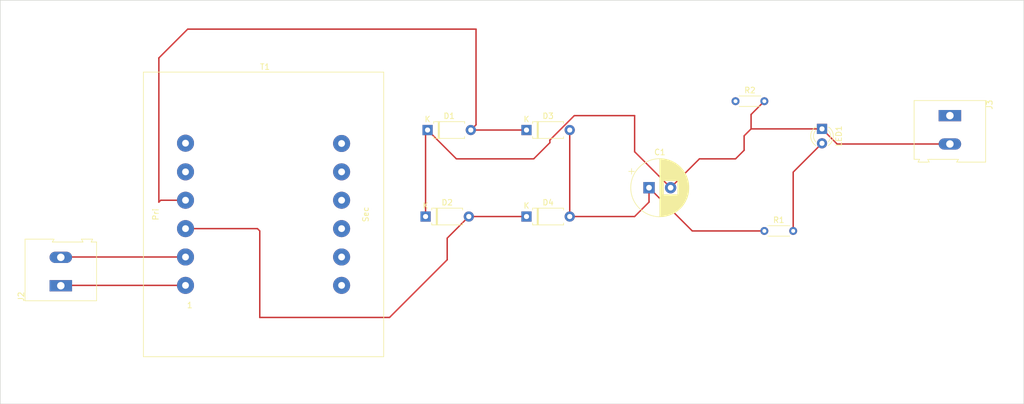
<source format=kicad_pcb>
(kicad_pcb (version 20211014) (generator pcbnew)
  (layers (0 "F.Cu" signal) (31 "B.Cu" signal) (34 "B.Paste" user) (35 "F.Paste" user) (36 "B.SilkS" user "B.Silkscreen") (37 "F.SilkS" user "F.Silkscreen") (38 "B.Mask" user) (39 "F.Mask" user) (44 "Edge.Cuts" user))
  (net 0 "")
  (net 1 "Net-(C1-Pad1)")
  (net 2 "Net-(D1-Pad2)")
  (net 3 "Net-(D4-Pad1)")
  (net 4 "Net-(U1-Pad3)")
  (net 5 "Net-(T1-Pad1)")
  (net 6 "Net-(T1-Pad2)")
  (net 7 "Net-(R1-Pad2)")
  (net 8 "GND")
  (net 9 "Net-(R2-Pad1)")
  (footprint "LED_THT:LED_D3.0mm" (layer "F.Cu") (at 210.81774 91.24 -90)
    (fp_text reference "LED1" (at 1.27 -2.96 90) (layer "F.SilkS"))
    (fp_text value "RED")
    (fp_line (start -0.29 -1.236) (end -0.29 -1.08) (layer "F.SilkS") (width 0.12))
    (fp_line (start -0.29 1.08) (end -0.29 1.236) (layer "F.SilkS") (width 0.12))
    (fp_arc (start 2.942335 1.078608) (mid 1.366487 1.987659) (end -0.29 1.235516) (layer "F.SilkS") (width 0.12))
    (fp_arc (start -0.29 -1.235516) (mid 1.366487 -1.987659) (end 2.942335 -1.078608) (layer "F.SilkS") (width 0.12))
    (fp_arc (start 2.31113 1.079837) (mid 1.270117 1.5) (end 0.229039 1.08) (layer "F.SilkS") (width 0.12))
    (fp_arc (start 0.229039 -1.08) (mid 1.270117 -1.5) (end 2.31113 -1.079837) (layer "F.SilkS") (width 0.12))
    (pad "1" thru_hole rect (at 0 0 270) (size 1.8 1.8) (drill 0.9) (layers *.Cu *.Mask) (net 8 "GND"))
    (pad "2" thru_hole circle (at 2.54 0 270) (size 1.8 1.8) (drill 0.9) (layers *.Cu *.Mask) (net 7 "Net-(R1-Pad2)"))
  )
  (footprint "Diode_THT:D_A-405_P7.62mm_Horizontal" (layer "F.Cu") (at 158.75 91.44)
    (fp_text reference "D3" (at 3.81 -2.47) (layer "F.SilkS"))
    (fp_text value "DIODE")
    (fp_text user "K" (at 0 -1.9) (layer "F.SilkS"))
    (fp_line (start 1.09 1.14) (end 1.09 1.47) (layer "F.SilkS") (width 0.12))
    (fp_line (start 6.53 1.47) (end 6.53 1.14) (layer "F.SilkS") (width 0.12))
    (fp_line (start 1.87 -1.47) (end 1.87 1.47) (layer "F.SilkS") (width 0.12))
    (fp_line (start 1.09 -1.47) (end 6.53 -1.47) (layer "F.SilkS") (width 0.12))
    (fp_line (start 1.09 -1.14) (end 1.09 -1.47) (layer "F.SilkS") (width 0.12))
    (fp_line (start 1.99 -1.47) (end 1.99 1.47) (layer "F.SilkS") (width 0.12))
    (fp_line (start 1.09 1.47) (end 6.53 1.47) (layer "F.SilkS") (width 0.12))
    (fp_line (start 6.53 -1.47) (end 6.53 -1.14) (layer "F.SilkS") (width 0.12))
    (fp_line (start 2.11 -1.47) (end 2.11 1.47) (layer "F.SilkS") (width 0.12))
    (pad "1" thru_hole rect (at 0 0) (size 1.8 1.8) (drill 0.9) (layers *.Cu *.Mask) (net 2 "Net-(D1-Pad2)"))
    (pad "2" thru_hole oval (at 7.62 0) (size 1.8 1.8) (drill 0.9) (layers *.Cu *.Mask) (net 1 "Net-(C1-Pad1)"))
  )
  (footprint "Resistor_THT:R_Axial_DIN0204_L3.6mm_D1.6mm_P5.08mm_Horizontal" (layer "F.Cu") (at 200.66 109.22)
    (fp_text reference "R1" (at 2.54 -1.92) (layer "F.SilkS"))
    (fp_text value "330")
    (fp_line (start 0.62 0.92) (end 4.46 0.92) (layer "F.SilkS") (width 0.12))
    (fp_line (start 0.62 -0.92) (end 4.46 -0.92) (layer "F.SilkS") (width 0.12))
    (pad "1" thru_hole circle (at 0 0) (size 1.4 1.4) (drill 0.7) (layers *.Cu *.Mask) (net 1 "Net-(C1-Pad1)"))
    (pad "2" thru_hole oval (at 5.08 0) (size 1.4 1.4) (drill 0.7) (layers *.Cu *.Mask) (net 7 "Net-(R1-Pad2)"))
  )
  (footprint "Transformer_THT:Transformer_CHK_EI48-8VA_1xSec" (layer "F.Cu") (at 98.675354 118.81)
    (fp_text reference "T1" (at 14 -38.5) (layer "F.SilkS"))
    (fp_text value "Transformer_1P_1S")
    (fp_text user "Pri" (at -5.25 -12.5 90) (layer "F.SilkS"))
    (fp_text user "Sec" (at 31.75 -12.5 90) (layer "F.SilkS"))
    (fp_text user "1" (at 0.75 3.5) (layer "F.SilkS"))
    (fp_line (start -7.42 -37.57) (end -7.42 12.57) (layer "F.SilkS") (width 0.12))
    (fp_line (start 34.92 12.57) (end -7.42 12.57) (layer "F.SilkS") (width 0.12))
    (fp_line (start 34.92 12.57) (end 34.92 -37.57) (layer "F.SilkS") (width 0.12))
    (fp_line (start -7.42 -37.57) (end 34.92 -37.57) (layer "F.SilkS") (width 0.12))
    (pad "1" thru_hole circle (at 0 0) (size 3 3) (drill 1.2) (layers *.Cu *.Mask) (net 5 "Net-(T1-Pad1)"))
    (pad "2" thru_hole circle (at 0 -5) (size 3 3) (drill 1.2) (layers *.Cu *.Mask) (net 6 "Net-(T1-Pad2)"))
    (pad "3" thru_hole circle (at 0 -10) (size 3 3) (drill 1.2) (layers *.Cu *.Mask) (net 3 "Net-(D4-Pad1)"))
    (pad "4" thru_hole circle (at 0 -15) (size 3 3) (drill 1.2) (layers *.Cu *.Mask) (net 2 "Net-(D1-Pad2)"))
    (pad "5" thru_hole circle (at 0 -20) (size 3 3) (drill 1.2) (layers *.Cu *.Mask))
    (pad "6" thru_hole circle (at 0 -25.05) (size 3 3) (drill 1.2) (layers *.Cu *.Mask))
    (pad "7" thru_hole circle (at 27.5 -25) (size 3 3) (drill 1.2) (layers *.Cu *.Mask))
    (pad "8" thru_hole circle (at 27.5 -20) (size 3 3) (drill 1.2) (layers *.Cu *.Mask))
    (pad "9" thru_hole circle (at 27.5 -15) (size 3 3) (drill 1.2) (layers *.Cu *.Mask))
    (pad "10" thru_hole circle (at 27.5 -10) (size 3 3) (drill 1.2) (layers *.Cu *.Mask))
    (pad "11" thru_hole circle (at 27.5 -5) (size 3 3) (drill 1.2) (layers *.Cu *.Mask))
    (pad "12" thru_hole circle (at 27.5 0) (size 3 3) (drill 1.2) (layers *.Cu *.Mask))
  )
  (footprint "Resistor_THT:R_Axial_DIN0204_L3.6mm_D1.6mm_P5.08mm_Horizontal" (layer "F.Cu") (at 195.58 86.36)
    (fp_text reference "R2" (at 2.54 -1.92) (layer "F.SilkS"))
    (fp_text value "470")
    (fp_line (start 0.62 -0.92) (end 4.46 -0.92) (layer "F.SilkS") (width 0.12))
    (fp_line (start 0.62 0.92) (end 4.46 0.92) (layer "F.SilkS") (width 0.12))
    (pad "1" thru_hole circle (at 0 0) (size 1.4 1.4) (drill 0.7) (layers *.Cu *.Mask) (net 9 "Net-(R2-Pad1)"))
    (pad "2" thru_hole oval (at 5.08 0) (size 1.4 1.4) (drill 0.7) (layers *.Cu *.Mask) (net 8 "GND"))
  )
  (footprint "TerminalBlock:TerminalBlock_Altech_AK300-2_P5.00mm" (layer "F.Cu") (at 76.705 118.87 90)
    (fp_text reference "J2" (at -1.92 -6.99 90) (layer "F.SilkS"))
    (fp_text value "Screw_Terminal_01x02")
    (fp_line (start 8.2 -1.2) (end 8.2 -6.3) (layer "F.SilkS") (width 0.12))
    (fp_line (start 8.2 5.6) (end 8.2 3.7) (layer "F.SilkS") (width 0.12))
    (fp_line (start 7.7 3.9) (end 7.7 -1.5) (layer "F.SilkS") (width 0.12))
    (fp_line (start 8.2 3.7) (end 8.2 3.65) (layer "F.SilkS") (width 0.12))
    (fp_line (start -2.65 6.3) (end 7.7 6.3) (layer "F.SilkS") (width 0.12))
    (fp_line (start -2.65 -6.3) (end -2.65 6.3) (layer "F.SilkS") (width 0.12))
    (fp_line (start 8.2 -6.3) (end -2.65 -6.3) (layer "F.SilkS") (width 0.12))
    (fp_line (start 7.7 5.35) (end 8.2 5.6) (layer "F.SilkS") (width 0.12))
    (fp_line (start 8.2 3.65) (end 7.7 3.9) (layer "F.SilkS") (width 0.12))
    (fp_line (start 7.7 -1.5) (end 8.2 -1.2) (layer "F.SilkS") (width 0.12))
    (fp_line (start 7.7 6.3) (end 7.7 5.35) (layer "F.SilkS") (width 0.12))
    (pad "1" thru_hole rect (at 0 0 90) (size 1.98 3.96) (drill 1.32) (layers *.Cu *.Mask) (net 5 "Net-(T1-Pad1)"))
    (pad "2" thru_hole oval (at 5 0 90) (size 1.98 3.96) (drill 1.32) (layers *.Cu *.Mask) (net 6 "Net-(T1-Pad2)"))
  )
  (footprint "TerminalBlock:TerminalBlock_Altech_AK300-2_P5.00mm" (layer "F.Cu") (at 233.35 88.9 -90)
    (fp_text reference "J3" (at -1.92 -6.99 90) (layer "F.SilkS"))
    (fp_text value "Screw_Terminal_01x02")
    (fp_line (start 7.7 3.9) (end 7.7 -1.5) (layer "F.SilkS") (width 0.12))
    (fp_line (start 8.2 -1.2) (end 8.2 -6.3) (layer "F.SilkS") (width 0.12))
    (fp_line (start -2.65 -6.3) (end -2.65 6.3) (layer "F.SilkS") (width 0.12))
    (fp_line (start 7.7 6.3) (end 7.7 5.35) (layer "F.SilkS") (width 0.12))
    (fp_line (start 8.2 3.65) (end 7.7 3.9) (layer "F.SilkS") (width 0.12))
    (fp_line (start 8.2 5.6) (end 8.2 3.7) (layer "F.SilkS") (width 0.12))
    (fp_line (start -2.65 6.3) (end 7.7 6.3) (layer "F.SilkS") (width 0.12))
    (fp_line (start 8.2 3.7) (end 8.2 3.65) (layer "F.SilkS") (width 0.12))
    (fp_line (start 8.2 -6.3) (end -2.65 -6.3) (layer "F.SilkS") (width 0.12))
    (fp_line (start 7.7 5.35) (end 8.2 5.6) (layer "F.SilkS") (width 0.12))
    (fp_line (start 7.7 -1.5) (end 8.2 -1.2) (layer "F.SilkS") (width 0.12))
    (pad "1" thru_hole rect (at 0 0 270) (size 1.98 3.96) (drill 1.32) (layers *.Cu *.Mask) (net 4 "Net-(U1-Pad3)"))
    (pad "2" thru_hole oval (at 5 0 270) (size 1.98 3.96) (drill 1.32) (layers *.Cu *.Mask) (net 8 "GND"))
  )
  (footprint "Diode_THT:D_A-405_P7.62mm_Horizontal" (layer "F.Cu") (at 158.75 106.68)
    (fp_text reference "D4" (at 3.81 -2.47) (layer "F.SilkS"))
    (fp_text value "DIODE")
    (fp_text user "K" (at 0 -1.9) (layer "F.SilkS"))
    (fp_line (start 1.09 1.47) (end 6.53 1.47) (layer "F.SilkS") (width 0.12))
    (fp_line (start 6.53 -1.47) (end 6.53 -1.14) (layer "F.SilkS") (width 0.12))
    (fp_line (start 2.11 -1.47) (end 2.11 1.47) (layer "F.SilkS") (width 0.12))
    (fp_line (start 1.87 -1.47) (end 1.87 1.47) (layer "F.SilkS") (width 0.12))
    (fp_line (start 1.99 -1.47) (end 1.99 1.47) (layer "F.SilkS") (width 0.12))
    (fp_line (start 1.09 -1.47) (end 6.53 -1.47) (layer "F.SilkS") (width 0.12))
    (fp_line (start 6.53 1.47) (end 6.53 1.14) (layer "F.SilkS") (width 0.12))
    (fp_line (start 1.09 -1.14) (end 1.09 -1.47) (layer "F.SilkS") (width 0.12))
    (fp_line (start 1.09 1.14) (end 1.09 1.47) (layer "F.SilkS") (width 0.12))
    (pad "1" thru_hole rect (at 0 0) (size 1.8 1.8) (drill 0.9) (layers *.Cu *.Mask) (net 3 "Net-(D4-Pad1)"))
    (pad "2" thru_hole oval (at 7.62 0) (size 1.8 1.8) (drill 0.9) (layers *.Cu *.Mask) (net 1 "Net-(C1-Pad1)"))
  )
  (footprint "Diode_THT:D_A-405_P7.62mm_Horizontal" (layer "F.Cu") (at 140.97 106.68)
    (fp_text reference "D2" (at 3.81 -2.47) (layer "F.SilkS"))
    (fp_text value "DIODE")
    (fp_text user "K" (at 0 -1.9) (layer "F.SilkS"))
    (fp_line (start 1.09 1.47) (end 6.53 1.47) (layer "F.SilkS") (width 0.12))
    (fp_line (start 6.53 1.47) (end 6.53 1.14) (layer "F.SilkS") (width 0.12))
    (fp_line (start 1.99 -1.47) (end 1.99 1.47) (layer "F.SilkS") (width 0.12))
    (fp_line (start 1.87 -1.47) (end 1.87 1.47) (layer "F.SilkS") (width 0.12))
    (fp_line (start 1.09 -1.14) (end 1.09 -1.47) (layer "F.SilkS") (width 0.12))
    (fp_line (start 1.09 -1.47) (end 6.53 -1.47) (layer "F.SilkS") (width 0.12))
    (fp_line (start 2.11 -1.47) (end 2.11 1.47) (layer "F.SilkS") (width 0.12))
    (fp_line (start 1.09 1.14) (end 1.09 1.47) (layer "F.SilkS") (width 0.12))
    (fp_line (start 6.53 -1.47) (end 6.53 -1.14) (layer "F.SilkS") (width 0.12))
    (pad "1" thru_hole rect (at 0 0) (size 1.8 1.8) (drill 0.9) (layers *.Cu *.Mask) (net 8 "GND"))
    (pad "2" thru_hole oval (at 7.62 0) (size 1.8 1.8) (drill 0.9) (layers *.Cu *.Mask) (net 3 "Net-(D4-Pad1)"))
  )
  (footprint "Diode_THT:D_A-405_P7.62mm_Horizontal" (layer "F.Cu") (at 141.32 91.44)
    (fp_text reference "D1" (at 3.81 -2.47) (layer "F.SilkS"))
    (fp_text value "DIODE")
    (fp_text user "K" (at 0 -1.9) (layer "F.SilkS"))
    (fp_line (start 1.87 -1.47) (end 1.87 1.47) (layer "F.SilkS") (width 0.12))
    (fp_line (start 1.09 -1.14) (end 1.09 -1.47) (layer "F.SilkS") (width 0.12))
    (fp_line (start 1.99 -1.47) (end 1.99 1.47) (layer "F.SilkS") (width 0.12))
    (fp_line (start 6.53 1.47) (end 6.53 1.14) (layer "F.SilkS") (width 0.12))
    (fp_line (start 1.09 -1.47) (end 6.53 -1.47) (layer "F.SilkS") (width 0.12))
    (fp_line (start 2.11 -1.47) (end 2.11 1.47) (layer "F.SilkS") (width 0.12))
    (fp_line (start 1.09 1.47) (end 6.53 1.47) (layer "F.SilkS") (width 0.12))
    (fp_line (start 6.53 -1.47) (end 6.53 -1.14) (layer "F.SilkS") (width 0.12))
    (fp_line (start 1.09 1.14) (end 1.09 1.47) (layer "F.SilkS") (width 0.12))
    (pad "1" thru_hole rect (at 0 0) (size 1.8 1.8) (drill 0.9) (layers *.Cu *.Mask) (net 8 "GND"))
    (pad "2" thru_hole oval (at 7.62 0) (size 1.8 1.8) (drill 0.9) (layers *.Cu *.Mask) (net 2 "Net-(D1-Pad2)"))
  )
  (footprint "Capacitor_THT:CP_Radial_D10.0mm_P3.80mm" (layer "F.Cu") (at 180.34 101.6)
    (fp_text reference "C1" (at 1.9 -6.25) (layer "F.SilkS"))
    (fp_text value "10uF")
    (fp_line (start 3.381 1.241) (end 3.381 4.862) (layer "F.SilkS") (width 0.12))
    (fp_line (start 4.181 1.241) (end 4.181 4.545) (layer "F.SilkS") (width 0.12))
    (fp_line (start 3.141 -4.928) (end 3.141 -1.241) (layer "F.SilkS") (width 0.12))
    (fp_line (start 2.18 -5.073) (end 2.18 5.073) (layer "F.SilkS") (width 0.12))
    (fp_line (start 4.501 1.241) (end 4.501 4.371) (layer "F.SilkS") (width 0.12))
    (fp_line (start 3.461 -4.837) (end 3.461 -1.241) (layer "F.SilkS") (width 0.12))
    (fp_line (start 4.941 1.241) (end 4.941 4.08) (layer "F.SilkS") (width 0.12))
    (fp_line (start 3.101 1.241) (end 3.101 4.938) (layer "F.SilkS") (width 0.12))
    (fp_line (start 4.861 1.241) (end 4.861 4.138) (layer "F.SilkS") (width 0.12))
    (fp_line (start 3.981 1.241) (end 3.981 4.639) (layer "F.SilkS") (width 0.12))
    (fp_line (start 3.661 -4.768) (end 3.661 -1.241) (layer "F.SilkS") (width 0.12))
    (fp_line (start 6.141 -2.83) (end 6.141 2.83) (layer "F.SilkS") (width 0.12))
    (fp_line (start 2.661 1.241) (end 2.661 5.024) (layer "F.SilkS") (width 0.12))
    (fp_line (start 2.42 -5.054) (end 2.42 5.054) (layer "F.SilkS") (width 0.12))
    (fp_line (start 2.5 -5.045) (end 2.5 5.045) (layer "F.SilkS") (width 0.12))
    (fp_line (start 3.501 -4.824) (end 3.501 -1.241) (layer "F.SilkS") (width 0.12))
    (fp_line (start 2.741 -5.011) (end 2.741 -1.241) (layer "F.SilkS") (width 0.12))
    (fp_line (start 6.541 -2.125) (end 6.541 2.125) (layer "F.SilkS") (width 0.12))
    (fp_line (start 5.341 -3.753) (end 5.341 3.753) (layer "F.SilkS") (width 0.12))
    (fp_line (start 6.901 -1.062) (end 6.901 1.062) (layer "F.SilkS") (width 0.12))
    (fp_line (start 5.621 -3.478) (end 5.621 3.478) (layer "F.SilkS") (width 0.12))
    (fp_line (start 3.421 -4.85) (end 3.421 -1.241) (layer "F.SilkS") (width 0.12))
    (fp_line (start 4.581 -4.323) (end 4.581 -1.241) (layer "F.SilkS") (width 0.12))
    (fp_line (start 4.741 -4.221) (end 4.741 -1.241) (layer "F.SilkS") (width 0.12))
    (fp_line (start 3.421 1.241) (end 3.421 4.85) (layer "F.SilkS") (width 0.12))
    (fp_line (start 2.781 -5.004) (end 2.781 -1.241) (layer "F.SilkS") (width 0.12))
    (fp_line (start 6.741 -1.63) (end 6.741 1.63) (layer "F.SilkS") (width 0.12))
    (fp_line (start 3.901 -4.674) (end 3.901 -1.241) (layer "F.SilkS") (width 0.12))
    (fp_line (start 5.901 -3.156) (end 5.901 3.156) (layer "F.SilkS") (width 0.12))
    (fp_line (start 4.261 -4.504) (end 4.261 -1.241) (layer "F.SilkS") (width 0.12))
    (fp_line (start 2.14 -5.075) (end 2.14 5.075) (layer "F.SilkS") (width 0.12))
    (fp_line (start 3.341 1.241) (end 3.341 4.874) (layer "F.SilkS") (width 0.12))
    (fp_line (start 5.021 1.241) (end 5.021 4.02) (layer "F.SilkS") (width 0.12))
    (fp_line (start 2.901 -4.982) (end 2.901 -1.241) (layer "F.SilkS") (width 0.12))
    (fp_line (start 4.661 1.241) (end 4.661 4.273) (layer "F.SilkS") (width 0.12))
    (fp_line (start 4.781 1.241) (end 4.781 4.194) (layer "F.SilkS") (width 0.12))
    (fp_line (start 3.381 -4.862) (end 3.381 -1.241) (layer "F.SilkS") (width 0.12))
    (fp_line (start -3.079646 -3.375) (end -3.079646 -2.375) (layer "F.SilkS") (width 0.12))
    (fp_line (start 3.821 -4.707) (end 3.821 -1.241) (layer "F.SilkS") (width 0.12))
    (fp_line (start 4.421 -4.417) (end 4.421 -1.241) (layer "F.SilkS") (width 0.12))
    (fp_line (start 4.981 -4.05) (end 4.981 -1.241) (layer "F.SilkS") (width 0.12))
    (fp_line (start 6.181 -2.77) (end 6.181 2.77) (layer "F.SilkS") (width 0.12))
    (fp_line (start 5.421 -3.679) (end 5.421 3.679) (layer "F.SilkS") (width 0.12))
    (fp_line (start 5.701 -3.392) (end 5.701 3.392) (layer "F.SilkS") (width 0.12))
    (fp_line (start 2.58 -5.035) (end 2.58 -1.241) (layer "F.SilkS") (width 0.12))
    (fp_line (start 2.741 1.241) (end 2.741 5.011) (layer "F.SilkS") (width 0.12))
    (fp_line (start 5.141 -3.925) (end 5.141 3.925) (layer "F.SilkS") (width 0.12))
    (fp_line (start 2.701 1.241) (end 2.701 5.018) (layer "F.SilkS") (width 0.12))
    (fp_line (start 6.261 -2.645) (end 6.261 2.645) (layer "F.SilkS") (width 0.12))
    (fp_line (start 2.46 -5.05) (end 2.46 5.05) (layer "F.SilkS") (width 0.12))
    (fp_line (start 5.821 -3.254) (end 5.821 3.254) (layer "F.SilkS") (width 0.12))
    (fp_line (start 5.221 -3.858) (end 5.221 3.858) (layer "F.SilkS") (width 0.12))
    (fp_line (start 5.981 -3.054) (end 5.981 3.054) (layer "F.SilkS") (width 0.12))
    (fp_line (start 3.261 -4.897) (end 3.261 -1.241) (layer "F.SilkS") (width 0.12))
    (fp_line (start 3.221 1.241) (end 3.221 4.907) (layer "F.SilkS") (width 0.12))
    (fp_line (start 2.821 -4.997) (end 2.821 -1.241) (layer "F.SilkS") (width 0.12))
    (fp_line (start 1.9 -5.08) (end 1.9 5.08) (layer "F.SilkS") (width 0.12))
    (fp_line (start 3.501 1.241) (end 3.501 4.824) (layer "F.SilkS") (width 0.12))
    (fp_line (start 3.781 -4.723) (end 3.781 -1.241) (layer "F.SilkS") (width 0.12))
    (fp_line (start 4.021 -4.621) (end 4.021 -1.241) (layer "F.SilkS") (width 0.12))
    (fp_line (start 6.221 -2.709) (end 6.221 2.709) (layer "F.SilkS") (width 0.12))
    (fp_line (start 4.061 1.241) (end 4.061 4.603) (layer "F.SilkS") (width 0.12))
    (fp_line (start 3.301 1.241) (end 3.301 4.885) (layer "F.SilkS") (width 0.12))
    (fp_line (start 3.021 -4.956) (end 3.021 -1.241) (layer "F.SilkS") (width 0.12))
    (fp_line (start 5.021 -4.02) (end 5.021 -1.241) (layer "F.SilkS") (width 0.12))
    (fp_line (start 5.061 -3.989) (end 5.061 3.989) (layer "F.SilkS") (width 0.12))
    (fp_line (start 2.701 -5.018) (end 2.701 -1.241) (layer "F.SilkS") (width 0.12))
    (fp_line (start 2.981 1.241) (end 2.981 4.965) (layer "F.SilkS") (width 0.12))
    (fp_line (start 4.301 -4.483) (end 4.301 -1.241) (layer "F.SilkS") (width 0.12))
    (fp_line (start 4.821 -4.166) (end 4.821 -1.241) (layer "F.SilkS") (width 0.12))
    (fp_line (start 4.581 1.241) (end 4.581 4.323) (layer "F.SilkS") (width 0.12))
    (fp_line (start 4.221 -4.525) (end 4.221 -1.241) (layer "F.SilkS") (width 0.12))
    (fp_line (start 4.221 1.241) (end 4.221 4.525) (layer "F.SilkS") (width 0.12))
    (fp_line (start 2.38 -5.058) (end 2.38 5.058) (layer "F.SilkS") (width 0.12))
    (fp_line (start 3.981 -4.639) (end 3.981 -1.241) (layer "F.SilkS") (width 0.12))
    (fp_line (start 6.101 -2.889) (end 6.101 2.889) (layer "F.SilkS") (width 0.12))
    (fp_line (start 5.541 -3.561) (end 5.541 3.561) (layer "F.SilkS") (width 0.12))
    (fp_line (start 4.381 1.241) (end 4.381 4.44) (layer "F.SilkS") (width 0.12))
    (fp_line (start 4.181 -4.545) (end 4.181 -1.241) (layer "F.SilkS") (width 0.12))
    (fp_line (start 3.221 -4.907) (end 3.221 -1.241) (layer "F.SilkS") (width 0.12))
    (fp_line (start 6.661 -1.846) (end 6.661 1.846) (layer "F.SilkS") (width 0.12))
    (fp_line (start 4.741 1.241) (end 4.741 4.221) (layer "F.SilkS") (width 0.12))
    (fp_line (start 6.701 -1.742) (end 6.701 1.742) (layer "F.SilkS") (width 0.12))
    (fp_line (start 2.02 -5.079) (end 2.02 5.079) (layer "F.SilkS") (width 0.12))
    (fp_line (start 3.541 -4.811) (end 3.541 -1.241) (layer "F.SilkS") (width 0.12))
    (fp_line (start 3.581 1.241) (end 3.581 4.797) (layer "F.SilkS") (width 0.12))
    (fp_line (start 2.06 -5.078) (end 2.06 5.078) (layer "F.SilkS") (width 0.12))
    (fp_line (start 4.701 1.241) (end 4.701 4.247) (layer "F.SilkS") (width 0.12))
    (fp_line (start 3.181 -4.918) (end 3.181 -1.241) (layer "F.SilkS") (width 0.12))
    (fp_line (start 5.741 -3.347) (end 5.741 3.347) (layer "F.SilkS") (width 0.12))
    (fp_line (start 3.621 -4.783) (end 3.621 -1.241) (layer "F.SilkS") (width 0.12))
    (fp_line (start 6.581 -2.037) (end 6.581 2.037) (layer "F.SilkS") (width 0.12))
    (fp_line (start 5.781 -3.301) (end 5.781 3.301) (layer "F.SilkS") (width 0.12))
    (fp_line (start 6.021 -3) (end 6.021 3) (layer "F.SilkS") (width 0.12))
    (fp_line (start 5.101 -3.957) (end 5.101 3.957) (layer "F.SilkS") (width 0.12))
    (fp_line (start 5.381 -3.716) (end 5.381 3.716) (layer "F.SilkS") (width 0.12))
    (fp_line (start 2.941 1.241) (end 2.941 4.974) (layer "F.SilkS") (width 0.12))
    (fp_line (start 6.061 -2.945) (end 6.061 2.945) (layer "F.SilkS") (width 0.12))
    (fp_line (start 3.941 -4.657) (end 3.941 -1.241) (layer "F.SilkS") (width 0.12))
    (fp_line (start 4.901 1.241) (end 4.901 4.11) (layer "F.SilkS") (width 0.12))
    (fp_line (start 4.701 -4.247) (end 4.701 -1.241) (layer "F.SilkS") (width 0.12))
    (fp_line (start 2.58 1.241) (end 2.58 5.035) (layer "F.SilkS") (width 0.12))
    (fp_line (start 4.021 1.241) (end 4.021 4.621) (layer "F.SilkS") (width 0.12))
    (fp_line (start 3.181 1.241) (end 3.181 4.918) (layer "F.SilkS") (width 0.12))
    (fp_line (start 4.381 -4.44) (end 4.381 -1.241) (layer "F.SilkS") (width 0.12))
    (fp_line (start 6.461 -2.289) (end 6.461 2.289) (layer "F.SilkS") (width 0.12))
    (fp_line (start 5.941 -3.106) (end 5.941 3.106) (layer "F.SilkS") (width 0.12))
    (fp_line (start 4.101 1.241) (end 4.101 4.584) (layer "F.SilkS") (width 0.12))
    (fp_line (start 6.861 -1.23) (end 6.861 1.23) (layer "F.SilkS") (width 0.12))
    (fp_line (start 4.621 1.241) (end 4.621 4.298) (layer "F.SilkS") (width 0.12))
    (fp_line (start 4.941 -4.08) (end 4.941 -1.241) (layer "F.SilkS") (width 0.12))
    (fp_line (start 4.821 1.241) (end 4.821 4.166) (layer "F.SilkS") (width 0.12))
    (fp_line (start 5.501 -3.601) (end 5.501 3.601) (layer "F.SilkS") (width 0.12))
    (fp_line (start 4.901 -4.11) (end 4.901 -1.241) (layer "F.SilkS") (width 0.12))
    (fp_line (start 4.301 1.241) (end 4.301 4.483) (layer "F.SilkS") (width 0.12))
    (fp_line (start 3.941 1.241) (end 3.941 4.657) (layer "F.SilkS") (width 0.12))
    (fp_line (start 5.581 -3.52) (end 5.581 3.52) (layer "F.SilkS") (width 0.12))
    (fp_line (start 3.821 1.241) (end 3.821 4.707) (layer "F.SilkS") (width 0.12))
    (fp_line (start 2.1 -5.077) (end 2.1 5.077) (layer "F.SilkS") (width 0.12))
    (fp_line (start 2.821 1.241) (end 2.821 4.997) (layer "F.SilkS") (width 0.12))
    (fp_line (start 4.981 1.241) (end 4.981 4.05) (layer "F.SilkS") (width 0.12))
    (fp_line (start 2.621 1.241) (end 2.621 5.03) (layer "F.SilkS") (width 0.12))
    (fp_line (start 1.98 -5.08) (end 1.98 5.08) (layer "F.SilkS") (width 0.12))
    (fp_line (start 5.261 -3.824) (end 5.261 3.824) (layer "F.SilkS") (width 0.12))
    (fp_line (start 4.141 1.241) (end 4.141 4.564) (layer "F.SilkS") (width 0.12))
    (fp_line (start 6.941 -0.862) (end 6.941 0.862) (layer "F.SilkS") (width 0.12))
    (fp_line (start 2.901 1.241) (end 2.901 4.982) (layer "F.SilkS") (width 0.12))
    (fp_line (start 5.301 -3.789) (end 5.301 3.789) (layer "F.SilkS") (width 0.12))
    (fp_line (start 3.301 -4.885) (end 3.301 -1.241) (layer "F.SilkS") (width 0.12))
    (fp_line (start 2.661 -5.024) (end 2.661 -1.241) (layer "F.SilkS") (width 0.12))
    (fp_line (start 6.381 -2.439) (end 6.381 2.439) (layer "F.SilkS") (width 0.12))
    (fp_line (start 6.821 -1.378) (end 6.821 1.378) (layer "F.SilkS") (width 0.12))
    (fp_line (start 2.54 -5.04) (end 2.54 5.04) (layer "F.SilkS") (width 0.12))
    (fp_line (start 6.781 -1.51) (end 6.781 1.51) (layer "F.SilkS") (width 0.12))
    (fp_line (start 6.301 -2.579) (end 6.301 2.579) (layer "F.SilkS") (width 0.12))
    (fp_line (start 5.661 -3.436) (end 5.661 3.436) (layer "F.SilkS") (width 0.12))
    (fp_line (start 3.141 1.241) (end 3.141 4.928) (layer "F.SilkS") (width 0.12))
    (fp_line (start 3.701 -4.754) (end 3.701 -1.241) (layer "F.SilkS") (width 0.12))
    (fp_line (start 3.021 1.241) (end 3.021 4.956) (layer "F.SilkS") (width 0.12))
    (fp_line (start 4.501 -4.371) (end 4.501 -1.241) (layer "F.SilkS") (width 0.12))
    (fp_line (start 3.901 1.241) (end 3.901 4.674) (layer "F.SilkS") (width 0.12))
    (fp_line (start 2.981 -4.965) (end 2.981 -1.241) (layer "F.SilkS") (width 0.12))
    (fp_line (start 2.34 -5.062) (end 2.34 5.062) (layer "F.SilkS") (width 0.12))
    (fp_line (start 3.541 1.241) (end 3.541 4.811) (layer "F.SilkS") (width 0.12))
    (fp_line (start 3.861 -4.69) (end 3.861 -1.241) (layer "F.SilkS") (width 0.12))
    (fp_line (start 4.661 -4.273) (end 4.661 -1.241) (layer "F.SilkS") (width 0.12))
    (fp_line (start 2.941 -4.974) (end 2.941 -1.241) (layer "F.SilkS") (width 0.12))
    (fp_line (start 4.781 -4.194) (end 4.781 -1.241) (layer "F.SilkS") (width 0.12))
    (fp_line (start 4.861 -4.138) (end 4.861 -1.241) (layer "F.SilkS") (width 0.12))
    (fp_line (start 6.501 -2.209) (end 6.501 2.209) (layer "F.SilkS") (width 0.12))
    (fp_line (start 3.661 1.241) (end 3.661 4.768) (layer "F.SilkS") (width 0.12))
    (fp_line (start 3.341 -4.874) (end 3.341 -1.241) (layer "F.SilkS") (width 0.12))
    (fp_line (start 3.261 1.241) (end 3.261 4.897) (layer "F.SilkS") (width 0.12))
    (fp_line (start 2.861 1.241) (end 2.861 4.99) (layer "F.SilkS") (width 0.12))
    (fp_line (start 4.621 -4.298) (end 4.621 -1.241) (layer "F.SilkS") (width 0.12))
    (fp_line (start 6.421 -2.365) (end 6.421 2.365) (layer "F.SilkS") (width 0.12))
    (fp_line (start 3.741 1.241) (end 3.741 4.738) (layer "F.SilkS") (width 0.12))
    (fp_line (start 3.781 1.241) (end 3.781 4.723) (layer "F.SilkS") (width 0.12))
    (fp_line (start 1.94 -5.08) (end 1.94 5.08) (layer "F.SilkS") (width 0.12))
    (fp_line (start 2.22 -5.07) (end 2.22 5.07) (layer "F.SilkS") (width 0.12))
    (fp_line (start 4.261 1.241) (end 4.261 4.504) (layer "F.SilkS") (width 0.12))
    (fp_line (start 4.341 -4.462) (end 4.341 -1.241) (layer "F.SilkS") (width 0.12))
    (fp_line (start 2.3 -5.065) (end 2.3 5.065) (layer "F.SilkS") (width 0.12))
    (fp_line (start 6.341 -2.51) (end 6.341 2.51) (layer "F.SilkS") (width 0.12))
    (fp_line (start 6.621 -1.944) (end 6.621 1.944) (layer "F.SilkS") (width 0.12))
    (fp_line (start 4.141 -4.564) (end 4.141 -1.241) (layer "F.SilkS") (width 0.12))
    (fp_line (start 2.781 1.241) (end 2.781 5.004) (layer "F.SilkS") (width 0.12))
    (fp_line (start 4.541 -4.347) (end 4.541 -1.241) (layer "F.SilkS") (width 0.12))
    (fp_line (start 5.461 -3.64) (end 5.461 3.64) (layer "F.SilkS") (width 0.12))
    (fp_line (start 6.981 -0.599) (end 6.981 0.599) (layer "F.SilkS") (width 0.12))
    (fp_line (start 3.061 1.241) (end 3.061 4.947) (layer "F.SilkS") (width 0.12))
    (fp_line (start 3.101 -4.938) (end 3.101 -1.241) (layer "F.SilkS") (width 0.12))
    (fp_line (start 3.461 1.241) (end 3.461 4.837) (layer "F.SilkS") (width 0.12))
    (fp_line (start 4.341 1.241) (end 4.341 4.462) (layer "F.SilkS") (width 0.12))
    (fp_line (start 3.861 1.241) (end 3.861 4.69) (layer "F.SilkS") (width 0.12))
    (fp_line (start 5.861 -3.206) (end 5.861 3.206) (layer "F.SilkS") (width 0.12))
    (fp_line (start 3.701 1.241) (end 3.701 4.754) (layer "F.SilkS") (width 0.12))
    (fp_line (start 4.421 1.241) (end 4.421 4.417) (layer "F.SilkS") (width 0.12))
    (fp_line (start 4.061 -4.603) (end 4.061 -1.241) (layer "F.SilkS") (width 0.12))
    (fp_line (start 4.461 1.241) (end 4.461 4.395) (layer "F.SilkS") (width 0.12))
    (fp_line (start 2.26 -5.068) (end 2.26 5.068) (layer "F.SilkS") (width 0.12))
    (fp_line (start 4.461 -4.395) (end 4.461 -1.241) (layer "F.SilkS") (width 0.12))
    (fp_line (start 4.541 1.241) (end 4.541 4.347) (layer "F.SilkS") (width 0.12))
    (fp_line (start 4.101 -4.584) (end 4.101 -1.241) (layer "F.SilkS") (width 0.12))
    (fp_line (start 3.581 -4.797) (end 3.581 -1.241) (layer "F.SilkS") (width 0.12))
    (fp_line (start 3.741 -4.738) (end 3.741 -1.241) (layer "F.SilkS") (width 0.12))
    (fp_line (start 3.621 1.241) (end 3.621 4.783) (layer "F.SilkS") (width 0.12))
    (fp_line (start 5.181 -3.892) (end 5.181 3.892) (layer "F.SilkS") (width 0.12))
    (fp_line (start -3.579646 -2.875) (end -2.579646 -2.875) (layer "F.SilkS") (width 0.12))
    (fp_line (start 3.061 -4.947) (end 3.061 -1.241) (layer "F.SilkS") (width 0.12))
    (fp_line (start 2.861 -4.99) (end 2.861 -1.241) (layer "F.SilkS") (width 0.12))
    (fp_line (start 2.621 -5.03) (end 2.621 -1.241) (layer "F.SilkS") (width 0.12))
    (fp_circle (center 1.9 0) (end 7.02 0) (layer "F.SilkS") (width 0.12) (fill none))
    (pad "1" thru_hole rect (at 0 0) (size 2 2) (drill 1) (layers *.Cu *.Mask) (net 1 "Net-(C1-Pad1)"))
    (pad "2" thru_hole circle (at 3.8 0) (size 2 2) (drill 1) (layers *.Cu *.Mask) (net 8 "GND"))
  )
  (gr_rect (start 66.04 68.58) (end 246.38 139.7) (layer "Edge.Cuts") (width 0.1) (fill none))
  (segment (start 180.34 104.14) (end 180.34 101.6) (width 0.25) (layer "F.Cu") (net 1))
  (segment (start 166.37 106.68) (end 177.8 106.68) (width 0.25) (layer "F.Cu") (net 1))
  (segment (start 177.8 106.68) (end 180.34 104.14) (width 0.25) (layer "F.Cu") (net 1))
  (segment (start 187.96 109.22) (end 200.66 109.22) (width 0.25) (layer "F.Cu") (net 1))
  (segment (start 166.37 106.68) (end 166.37 91.44) (width 0.25) (layer "F.Cu") (net 1))
  (segment (start 180.34 101.6) (end 187.96 109.22) (width 0.25) (layer "F.Cu") (net 1))
  (segment (start 99.06 73.66) (end 93.98 78.74) (width 0.25) (layer "F.Cu") (net 2))
  (segment (start 93.98 78.74) (end 93.98 104.14) (width 0.25) (layer "F.Cu") (net 2))
  (segment (start 93.98 104.14) (end 94.31 103.81) (width 0.25) (layer "F.Cu") (net 2))
  (segment (start 148.94 91.44) (end 149.86 90.52) (width 0.25) (layer "F.Cu") (net 2))
  (segment (start 94.31 103.81) (end 98.675354 103.81) (width 0.25) (layer "F.Cu") (net 2))
  (segment (start 148.94 91.44) (end 158.75 91.44) (width 0.25) (layer "F.Cu") (net 2))
  (segment (start 149.86 73.66) (end 99.06 73.66) (width 0.25) (layer "F.Cu") (net 2))
  (segment (start 149.86 90.52) (end 149.86 73.66) (width 0.25) (layer "F.Cu") (net 2))
  (segment (start 111.35 108.81) (end 98.675354 108.81) (width 0.25) (layer "F.Cu") (net 3))
  (segment (start 148.59 106.68) (end 158.75 106.68) (width 0.25) (layer "F.Cu") (net 3))
  (segment (start 111.76 124.46) (end 111.76 109.22) (width 0.25) (layer "F.Cu") (net 3))
  (segment (start 144.78 110.49) (end 144.78 114.3) (width 0.25) (layer "F.Cu") (net 3))
  (segment (start 148.59 106.68) (end 144.78 110.49) (width 0.25) (layer "F.Cu") (net 3))
  (segment (start 111.76 109.22) (end 111.35 108.81) (width 0.25) (layer "F.Cu") (net 3))
  (segment (start 134.62 124.46) (end 111.76 124.46) (width 0.25) (layer "F.Cu") (net 3))
  (segment (start 144.78 114.3) (end 134.62 124.46) (width 0.25) (layer "F.Cu") (net 3))
  (segment (start 76.765 118.81) (end 76.705 118.87) (width 0.25) (layer "F.Cu") (net 5))
  (segment (start 98.675354 118.81) (end 76.765 118.81) (width 0.25) (layer "F.Cu") (net 5))
  (segment (start 76.765 113.81) (end 76.705 113.87) (width 0.25) (layer "F.Cu") (net 6))
  (segment (start 98.675354 113.81) (end 76.765 113.81) (width 0.25) (layer "F.Cu") (net 6))
  (segment (start 205.74 109.22) (end 205.74 98.85774) (width 0.25) (layer "F.Cu") (net 7))
  (segment (start 205.74 98.85774) (end 210.81774 93.78) (width 0.25) (layer "F.Cu") (net 7))
  (segment (start 140.97 91.79) (end 141.32 91.44) (width 0.25) (layer "F.Cu") (net 8))
  (segment (start 198.32 91.24) (end 210.81774 91.24) (width 0.25) (layer "F.Cu") (net 8))
  (segment (start 146.4 96.52) (end 160.02 96.52) (width 0.25) (layer "F.Cu") (net 8))
  (segment (start 195.58 96.52) (end 197.095 95.005) (width 0.25) (layer "F.Cu") (net 8))
  (segment (start 167.177588 88.9) (end 177.8 88.9) (width 0.25) (layer "F.Cu") (net 8))
  (segment (start 197.095 92.465) (end 198.32 91.24) (width 0.25) (layer "F.Cu") (net 8))
  (segment (start 162.872588 93.667412) (end 162.872588 93.205) (width 0.25) (layer "F.Cu") (net 8))
  (segment (start 162.872588 93.205) (end 167.177588 88.9) (width 0.25) (layer "F.Cu") (net 8))
  (segment (start 189.22 96.52) (end 195.58 96.52) (width 0.25) (layer "F.Cu") (net 8))
  (segment (start 198.32 91.24) (end 198.32 88.7) (width 0.25) (layer "F.Cu") (net 8))
  (segment (start 177.8 95.26) (end 184.14 101.6) (width 0.25) (layer "F.Cu") (net 8))
  (segment (start 160.02 96.52) (end 162.872588 93.667412) (width 0.25) (layer "F.Cu") (net 8))
  (segment (start 141.32 91.44) (end 146.4 96.52) (width 0.25) (layer "F.Cu") (net 8))
  (segment (start 213.47774 93.9) (end 210.81774 91.24) (width 0.25) (layer "F.Cu") (net 8))
  (segment (start 184.14 101.6) (end 189.22 96.52) (width 0.25) (layer "F.Cu") (net 8))
  (segment (start 197.095 95.005) (end 197.095 92.465) (width 0.25) (layer "F.Cu") (net 8))
  (segment (start 140.97 106.68) (end 140.97 91.79) (width 0.25) (layer "F.Cu") (net 8))
  (segment (start 177.8 88.9) (end 177.8 95.26) (width 0.25) (layer "F.Cu") (net 8))
  (segment (start 198.32 88.7) (end 200.66 86.36) (width 0.25) (layer "F.Cu") (net 8))
  (segment (start 233.35 93.9) (end 213.47774 93.9) (width 0.25) (layer "F.Cu") (net 8))
)
</source>
